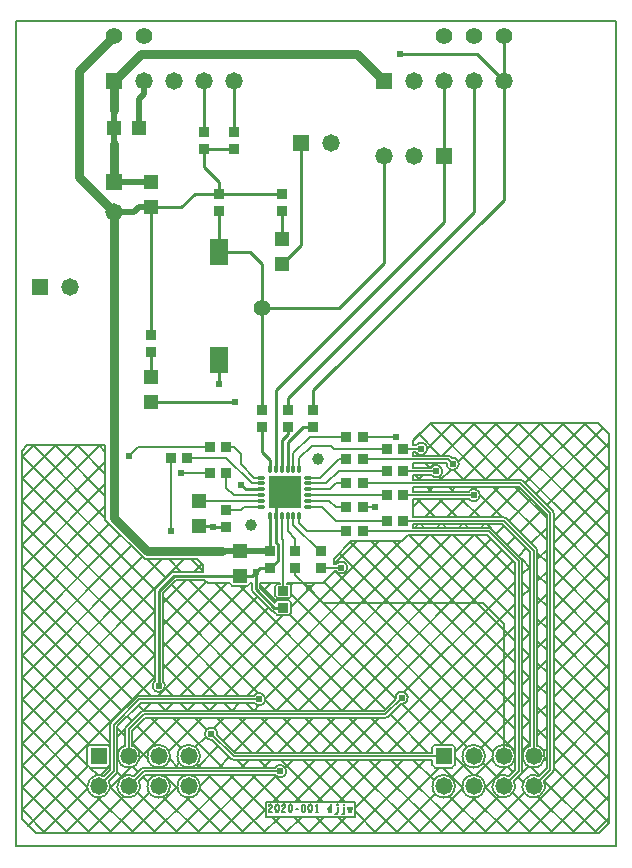
<source format=gtl>
G04 ================== begin FILE IDENTIFICATION RECORD ==================*
G04 Layout Name:  touchcontroller.brd*
G04 Film Name:    TOP*
G04 File Format:  Gerber RS274X*
G04 File Origin:  Cadence Allegro -unreleased*
G04 Origin Date:  Sun Feb 16 15:49:09 2020*
G04 *
G04 Layer:  BOARD GEOMETRY/DESIGN_OUTLINE*
G04 Layer:  BOARD GEOMETRY/CUTOUT*
G04 Layer:  ETCH/TOP*
G04 Layer:  PIN/TOP*
G04 Layer:  VIA CLASS/TOP*
G04 *
G04 Offset:    (0.00 0.00)*
G04 Mirror:    No*
G04 Mode:      Positive*
G04 Rotation:  0*
G04 FullContactRelief:  No*
G04 UndefLineWidth:     7.00*
G04 ================== end FILE IDENTIFICATION RECORD ====================*
%FSLAX25Y25*MOIN*%
%IR0*IPPOS*OFA0.00000B0.00000*MIA0B0*SFA1.00000B1.00000*%
%ADD12C,.024*%
%ADD14C,.055*%
%ADD13R,.05X.05*%
%ADD11C,.058*%
%ADD10R,.058X.058*%
%ADD18C,.03937*%
%ADD16R,.032X.038*%
%ADD20O,.01181X.0315*%
%ADD15R,.038X.032*%
%ADD19O,.0315X.01181*%
%ADD21R,.10827X.10827*%
%ADD17R,.06299X.08622*%
%ADD22C,.01*%
%ADD23C,.02*%
%ADD24C,.03*%
%ADD25C,.007*%
G75*
%LPD*%
G75*
G54D10*
X598000Y884000D03*
X617500Y727500D03*
X622500Y919000D03*
Y952500D03*
X685000Y932000D03*
X712500Y952500D03*
X732500Y727500D03*
Y927500D03*
G54D20*
X684421Y807626D03*
X682453D03*
X680484D03*
X678516D03*
X676547D03*
X674579D03*
Y823374D03*
X676547D03*
X678516D03*
X680484D03*
X682453D03*
X684421D03*
G54D11*
X617500Y717500D03*
X627500D03*
Y727500D03*
X608000Y884000D03*
X622500Y909000D03*
X632500Y952500D03*
X637500Y717500D03*
X647500D03*
X637500Y727500D03*
X647500D03*
X642500Y952500D03*
X652500D03*
X662500D03*
X695000Y932000D03*
X722500Y927500D03*
X712500D03*
X722500Y952500D03*
X732500Y717500D03*
X742500D03*
X752500D03*
X742500Y727500D03*
X752500D03*
X732500Y952500D03*
X742500D03*
X752500D03*
X762500Y717500D03*
Y727500D03*
G54D21*
X679500Y815500D03*
G54D12*
X627500Y827500D03*
X637500Y751000D03*
X655000Y735000D03*
X655500Y804000D03*
X641500Y802500D03*
X645000Y822000D03*
X657500Y851500D03*
X671000Y746500D03*
X678000Y722500D03*
X670000Y789000D03*
X687475Y783475D03*
X676500Y818000D03*
X682000D03*
X676500Y812500D03*
X682000D03*
X665000Y818000D03*
X663000Y845500D03*
X718500Y747000D03*
X698400Y790400D03*
X709500Y810500D03*
X716500Y834000D03*
X718000Y961500D03*
X725000Y830000D03*
X730000Y822500D03*
X735500Y825000D03*
X742500Y814500D03*
G54D22*
G01X664500Y787600D02*
X642600D01*
X637500Y782500D01*
Y751000D01*
G01X660000Y803900D02*
X655600D01*
X655500Y804000D01*
G01X651000Y804100D02*
X655400D01*
X655500Y804000D01*
G01X635000Y853900D02*
Y862400D01*
G01X657500Y859429D02*
Y851500D01*
G01X663000Y845500D02*
X635000D01*
G01Y868000D02*
Y910600D01*
G01X657500Y909400D02*
Y895571D01*
G01D02*
X667929D01*
X672000Y891500D01*
Y877000D01*
G01X678500Y915000D02*
X657500D01*
G01D02*
X649500D01*
X645100Y910600D01*
X635000D01*
G01X662500Y930000D02*
X652500D01*
G01X657500Y915000D02*
Y919000D01*
X652500Y924000D01*
Y930000D01*
G01Y935600D02*
Y952500D01*
G01X679000Y777000D02*
X676100D01*
X670000Y783100D01*
Y789000D01*
G01X674500Y790400D02*
X671400D01*
X670000Y789000D01*
G01D02*
X668500Y787500D01*
X664600D01*
X664500Y787600D01*
G01X676547Y807626D02*
Y810547D01*
X679500Y813500D01*
Y815500D01*
G01X676547Y807626D02*
Y798868D01*
X677400Y798015D01*
Y793000D01*
X674800Y790400D01*
X674500D01*
G01X674579Y807626D02*
Y796079D01*
X674500Y796000D01*
G01X671626Y816484D02*
X666516D01*
X665000Y818000D01*
G01X676547Y823374D02*
Y849547D01*
X732500Y905500D01*
Y927500D01*
G01X689000Y837400D02*
X685750D01*
X680484Y832134D01*
Y823374D01*
G01X680500Y837400D02*
Y834950D01*
X678516Y832966D01*
Y823374D01*
G01X672000Y837400D02*
Y829000D01*
X674579Y826421D01*
Y823374D01*
G01X689000Y843000D02*
Y849500D01*
X752500Y913000D01*
Y952500D01*
G01X672000Y843000D02*
Y877000D01*
G01X680500Y843000D02*
Y847000D01*
X742500Y909000D01*
Y952500D01*
G01X685000Y932000D02*
Y898000D01*
X678500Y891500D01*
G01Y909400D02*
Y899900D01*
G01X672000Y877000D02*
X697500D01*
X712500Y892000D01*
Y927500D01*
G01X662500Y935600D02*
Y952500D01*
G01X718000Y961500D02*
X743500D01*
X752500Y952500D01*
G01X732500D02*
Y927500D01*
G01X752500Y952500D02*
Y967500D01*
G54D13*
X622500Y937000D03*
X630900D03*
X651000Y804100D03*
Y812500D03*
X635000Y845500D03*
Y853900D03*
Y919000D03*
Y910600D03*
X664500Y796000D03*
Y787600D03*
X678500Y891500D03*
Y899900D03*
G54D23*
G01X664500Y796000D02*
X658500D01*
G01X622500Y919000D02*
X635000D01*
G01X622500Y931500D02*
Y937000D01*
G01X635000Y910600D02*
X631000D01*
X629400Y909000D01*
X622500D01*
G01X630900Y937000D02*
Y946500D01*
X632500Y948100D01*
Y952500D01*
G01X622500Y943000D02*
Y937000D01*
G01X674500Y796000D02*
X664500D01*
G54D14*
X622500Y967500D03*
X632500D03*
X672000Y877000D03*
X742500Y967500D03*
X752500D03*
X732500D03*
G54D24*
G01X658500Y796000D02*
X633500D01*
X622500Y807000D01*
Y909000D01*
G01Y919000D02*
Y931500D01*
G01Y909000D02*
X611000Y920500D01*
Y956000D01*
X622500Y967500D01*
G01X712500Y952500D02*
X703500Y961500D01*
X631500D01*
X622500Y952500D01*
G01D02*
Y943000D01*
G54D15*
X660000Y809500D03*
Y803900D03*
X635000Y868000D03*
Y862400D03*
X652500Y930000D03*
X657500Y915000D03*
Y909400D03*
X652500Y935600D03*
X679000Y777000D03*
X674500Y796000D03*
Y790400D03*
X679000Y782600D03*
X683000Y796000D03*
Y790400D03*
X691500Y796000D03*
Y790400D03*
X689000Y837400D03*
X680500D03*
X672000D03*
X689000Y843000D03*
X680500D03*
X672000D03*
X662500Y930000D03*
X678500Y915000D03*
Y909400D03*
X662500Y935600D03*
G54D25*
G01X590000Y697500D02*
Y972500D01*
X790000D01*
Y697500D01*
X590000D01*
G01X674293Y711083D02*
X674453Y711333D01*
X674640Y711458D01*
X674853Y711500D01*
X675120Y711417D01*
X675307Y711208D01*
X675360Y710958D01*
X675333Y710708D01*
X675227Y710500D01*
X674693Y710083D01*
X674453Y709792D01*
X674293Y709375D01*
X674240Y709000D01*
X675360D01*
G01X677000Y711500D02*
X676787Y711417D01*
X676627Y711208D01*
X676520Y710958D01*
X676440Y710625D01*
X676413Y710250D01*
X676440Y709875D01*
X676520Y709542D01*
X676627Y709292D01*
X676787Y709083D01*
X677000Y709000D01*
X677213Y709083D01*
X677373Y709292D01*
X677480Y709542D01*
X677560Y709875D01*
X677587Y710250D01*
X677560Y710625D01*
X677480Y710958D01*
X677373Y711208D01*
X677213Y711417D01*
X677000Y711500D01*
G01X678693Y711083D02*
X678853Y711333D01*
X679040Y711458D01*
X679253Y711500D01*
X679520Y711417D01*
X679707Y711208D01*
X679760Y710958D01*
X679733Y710708D01*
X679627Y710500D01*
X679093Y710083D01*
X678853Y709792D01*
X678693Y709375D01*
X678640Y709000D01*
X679760D01*
G01X681400Y711500D02*
X681187Y711417D01*
X681027Y711208D01*
X680920Y710958D01*
X680840Y710625D01*
X680813Y710250D01*
X680840Y709875D01*
X680920Y709542D01*
X681027Y709292D01*
X681187Y709083D01*
X681400Y709000D01*
X681613Y709083D01*
X681773Y709292D01*
X681880Y709542D01*
X681960Y709875D01*
X681987Y710250D01*
X681960Y710625D01*
X681880Y710958D01*
X681773Y711208D01*
X681613Y711417D01*
X681400Y711500D01*
G01X683253Y709833D02*
X683947D01*
G01X685800Y711500D02*
X685587Y711417D01*
X685427Y711208D01*
X685320Y710958D01*
X685240Y710625D01*
X685213Y710250D01*
X685240Y709875D01*
X685320Y709542D01*
X685427Y709292D01*
X685587Y709083D01*
X685800Y709000D01*
X686013Y709083D01*
X686173Y709292D01*
X686280Y709542D01*
X686360Y709875D01*
X686387Y710250D01*
X686360Y710625D01*
X686280Y710958D01*
X686173Y711208D01*
X686013Y711417D01*
X685800Y711500D01*
G01X688000D02*
X687787Y711417D01*
X687627Y711208D01*
X687520Y710958D01*
X687440Y710625D01*
X687413Y710250D01*
X687440Y709875D01*
X687520Y709542D01*
X687627Y709292D01*
X687787Y709083D01*
X688000Y709000D01*
X688213Y709083D01*
X688373Y709292D01*
X688480Y709542D01*
X688560Y709875D01*
X688587Y710250D01*
X688560Y710625D01*
X688480Y710958D01*
X688373Y711208D01*
X688213Y711417D01*
X688000Y711500D01*
G01X690200Y709000D02*
Y711500D01*
X689880Y711000D01*
G01Y709000D02*
X690520D01*
G01X695080Y711500D02*
Y709000D01*
G01Y709375D02*
X694973Y709167D01*
X694813Y709042D01*
X694627Y709000D01*
X694413Y709083D01*
X694253Y709292D01*
X694147Y709542D01*
X694120Y709833D01*
X694147Y710125D01*
X694253Y710375D01*
X694413Y710583D01*
X694627Y710667D01*
X694813Y710625D01*
X694947Y710542D01*
X695080Y710375D01*
G01X696373Y708375D02*
X696560Y708208D01*
X696720Y708167D01*
X696933Y708250D01*
X697093Y708458D01*
X697173Y708833D01*
Y710667D01*
G01Y711333D02*
X697120Y711375D01*
Y711458D01*
X697173Y711500D01*
X697227Y711458D01*
Y711375D01*
X697173Y711333D01*
G01X698573Y708375D02*
X698760Y708208D01*
X698920Y708167D01*
X699133Y708250D01*
X699293Y708458D01*
X699373Y708833D01*
Y710667D01*
G01Y711333D02*
X699320Y711375D01*
Y711458D01*
X699373Y711500D01*
X699427Y711458D01*
Y711375D01*
X699373Y711333D01*
G01X700533Y710667D02*
X700853Y709000D01*
X701200Y710667D01*
X701547Y709000D01*
X701867Y710667D01*
G01X728145Y838650D02*
X783855D01*
X787650Y834855D01*
Y705145D01*
X784355Y701850D01*
X596645D01*
X591850Y706645D01*
Y829355D01*
X593645Y831150D01*
X619650D01*
Y806355D01*
X632855Y793150D01*
X650355D01*
X652150Y791355D01*
Y788952D01*
X642600D01*
G03X641644Y788556I0J-1352D01*
G01X636544Y783456D01*
G03X636148Y782500I956J-956D01*
G01Y752544D01*
G03X638852I1352J-1544D01*
G01Y781940D01*
X643160Y786248D01*
X652756D01*
X653855Y785150D01*
X661148D01*
Y785100D01*
G03X662000Y784248I852J0D01*
G01X667000D01*
G03X667852Y785100I0J852D01*
G01Y785150D01*
X668648D01*
Y783100D01*
G03X669044Y782144I1352J0D01*
G01X675144Y776044D01*
G03X676100Y775648I956J956D01*
G01X676248D01*
Y775400D01*
G03X677100Y774548I852J0D01*
G01X680900D01*
G03X681752Y775400I0J852D01*
G01Y778600D01*
G03X680900Y779452I-852J0D01*
G01X677100D01*
G03X676262Y778750I0J-851D01*
G01X671352Y783660D01*
Y785150D01*
X677798D01*
Y785052D01*
X677100D01*
G03X676248Y784200I0J-852D01*
G01Y781000D01*
G03X677100Y780148I852J0D01*
G01X680900D01*
G03X681752Y781000I0J852D01*
G01Y784200D01*
G03X680900Y785052I-852J0D01*
G01X680202D01*
Y785150D01*
X692145D01*
X695850Y788855D01*
Y789198D01*
X696737D01*
G03Y791602I1663J1202D01*
G01X695850D01*
Y793355D01*
X701645Y799150D01*
X718645D01*
X720794Y801298D01*
X747002D01*
X756298Y792002D01*
Y722998D01*
X754164Y720863D01*
G03X755863Y719164I-1664J-3363D01*
G01X758350Y721650D01*
G03X758702Y722500I-850J850D01*
G01Y792500D01*
G03X758350Y793350I-1202J0D01*
G01X748350Y803350D01*
G03X747500Y803702I-850J-850D01*
G01X722350D01*
Y804798D01*
X752002D01*
X761298Y795502D01*
Y731054D01*
G03X763702I1202J-3554D01*
G01Y796000D01*
G03X763350Y796850I-1202J0D01*
G01X753350Y806850D01*
G03X752500Y807202I-850J-850D01*
G01X722350D01*
Y813298D01*
X740837D01*
G03Y815702I1663J1202D01*
G01X722350D01*
Y817298D01*
X757502D01*
X766798Y808002D01*
Y723498D01*
X764164Y720863D01*
G03X765863Y719164I-1664J-3363D01*
G01X768850Y722150D01*
G03X769202Y723000I-850J850D01*
G01Y808500D01*
G03X768850Y809350I-1202J0D01*
G01X758850Y819350D01*
G03X758000Y819702I-850J-850D01*
G01X722350D01*
Y821298D01*
X728337D01*
G03Y823702I1663J1202D01*
G01X722350D01*
Y825298D01*
X733470D01*
G03X735173Y827026I2030J-298D01*
G01X734850Y827350D01*
G03X734000Y827702I-850J-850D01*
G01X722350D01*
Y828798D01*
X723337D01*
G03Y831202I1663J1202D01*
G01X722350D01*
Y832855D01*
X728145Y838650D01*
G01X655327Y732974D02*
G02X657026Y734673I-327J2026D01*
G01X662998Y728702D01*
X728748D01*
Y730400D01*
G02X729600Y731252I852J0D01*
G01X735400D01*
G02X736252Y730400I0J-852D01*
G01Y724600D01*
G02X735400Y723748I-852J0D01*
G01X729600D01*
G02X728748Y724600I0J852D01*
G01Y726298D01*
X662500D01*
G02X661650Y726650I0J1202D01*
G01X655327Y732974D01*
G01X746252Y717500D02*
G02I-3752J0D01*
G01Y727500D02*
G02I-3752J0D01*
G01X736252Y717500D02*
G02I-3752J0D01*
G01X673148Y712352D02*
X702852D01*
Y707316D01*
X673148D01*
Y712352D01*
G01X614600Y731252D02*
X620400D01*
G02X621252Y730400I0J-852D01*
G01Y724600D01*
G02X620400Y723748I-852J0D01*
G01X614600D01*
G02X613748Y724600I0J852D01*
G01Y730400D01*
G02X614600Y731252I852J0D01*
G01X641252Y727500D02*
G02I-3752J0D01*
G01Y717500D02*
G02I-3752J0D01*
G01X651252Y727500D02*
G02I-3752J0D01*
G01Y717500D02*
G02I-3752J0D01*
G01X756252Y727500D02*
G02I-3752J0D01*
G01X676337Y723702D02*
G02Y721298I1663J-1202D01*
G01X632998D01*
X630863Y719164D01*
G02X629164Y720863I-3363J-1664D01*
G01X631650Y723350D01*
G02X632500Y723702I850J-850D01*
G01X676337D01*
G01X669337Y747702D02*
G02Y745298I1663J-1202D01*
G01X631498D01*
X623702Y737502D01*
Y722500D01*
G02X623350Y721650I-1202J0D01*
G01X620863Y719164D01*
G02X619164Y720863I-3363J-1664D01*
G01X621298Y722998D01*
Y738000D01*
G02X621650Y738850I1202J0D01*
G01X630150Y747350D01*
G02X631000Y747702I850J-850D01*
G01X669337D01*
G01X716474Y746673D02*
G02X718173Y744974I2026J327D01*
G01X713850Y740650D01*
G02X713000Y740298I-850J850D01*
G01X632998D01*
X628702Y736002D01*
Y731054D01*
G02X626298I-1202J-3554D01*
G01Y736500D01*
G02X626650Y737350I1202J0D01*
G01X631650Y742350D01*
G02X632500Y742702I850J-850D01*
G01X712502D01*
X716474Y746673D01*
G01X591851Y827176D02*
X595825Y831150D01*
G01X591851Y819822D02*
X603179Y831150D01*
G01X591851Y812468D02*
X610533Y831150D01*
G01X591851Y805114D02*
X617887Y831150D01*
G01X591851Y797760D02*
X619650Y825559D01*
G01X591850Y790406D02*
X619650Y818206D01*
G01X591850Y783052D02*
X619650Y810852D01*
G01X591850Y775698D02*
X621078Y804926D01*
G01X591850Y768344D02*
X624755Y801249D01*
G01X591850Y760990D02*
X628432Y797572D01*
G01X591851Y753637D02*
X632109Y793895D01*
G01X591851Y746283D02*
X638718Y793150D01*
G01X591851Y738929D02*
X646072Y793150D01*
G01X649228Y788952D02*
X651890Y791614D01*
G01X638853Y778577D02*
X646524Y786248D01*
G01X591851Y731575D02*
X636148Y775872D01*
G01X638853Y771223D02*
X653317Y785687D01*
G01X591851Y724221D02*
X636148Y768518D01*
G01X638853Y763869D02*
X660134Y785150D01*
G01X591851Y716867D02*
X636148Y761164D01*
G01X638852Y756515D02*
X666585Y784248D01*
G01X591850Y709513D02*
X636148Y753811D01*
G01X722350Y832659D02*
X728341Y838650D01*
G01X672352Y782661D02*
X674841Y785150D01*
G01X637394Y747703D02*
X670439Y780748D01*
G01X632388Y742697D02*
X634989Y745298D01*
G01X623702Y734011D02*
X626303Y736612D01*
G01X620828Y731137D02*
X621298Y731607D01*
G01X594093Y704402D02*
X613863Y724172D01*
G01X727052Y830007D02*
X735695Y838650D01*
G01X724748Y827703D02*
X724993Y827948D01*
G01X681650Y784605D02*
X682195Y785150D01*
G01X676029Y778984D02*
X677193Y780148D01*
G01X644748Y747703D02*
X674116Y777071D01*
G01X639748Y742703D02*
X642343Y745298D01*
G01X628702Y731657D02*
X637343Y740298D01*
G01X623702Y726657D02*
X623819Y726774D01*
G01X618227Y721182D02*
X621298Y724253D01*
G01X598896Y701851D02*
X613818Y716773D01*
G01X732102Y827703D02*
X743049Y838650D01*
G01X728102Y823703D02*
X729697Y825298D01*
G01X724102Y819703D02*
X725697Y821298D01*
G01X696002Y791603D02*
X703549Y799150D01*
G01X681752Y777353D02*
X689549Y785150D01*
G01X652102Y747703D02*
X678947Y774548D01*
G01X647102Y742703D02*
X649697Y745298D01*
G01X631183Y726784D02*
X644697Y740298D01*
G01X621184Y716785D02*
X628216Y723817D01*
G01X606250Y701851D02*
X618215Y713816D01*
G01X737436Y825683D02*
X750403Y838650D01*
G01X731456Y819703D02*
X734818Y823065D01*
G01X727456Y815703D02*
X729051Y817298D01*
G01X722350Y810597D02*
X725051Y813298D01*
G01X659456Y747703D02*
X710903Y799150D01*
G01X654456Y742703D02*
X657051Y745298D01*
G01X640881Y729128D02*
X652051Y740298D01*
G01X635456Y723703D02*
X635872Y724119D01*
G01X630881Y719128D02*
X633051Y721298D01*
G01X613604Y701851D02*
X625872Y714119D01*
G01X738809Y819702D02*
X757757Y838650D01*
G01X734809Y815702D02*
X736405Y817298D01*
G01X726309Y807202D02*
X732405Y813298D01*
G01X722809Y803702D02*
X723905Y804798D01*
G01X666809Y747702D02*
X718257Y799150D01*
G01X661809Y742702D02*
X664405Y745298D01*
G01X655935Y736828D02*
X659405Y740298D01*
G01X649669Y730562D02*
X653172Y734065D01*
G01X642809Y723702D02*
X644438Y725331D01*
G01X639669Y720562D02*
X640405Y721298D01*
G01X620957Y701850D02*
X634438Y715331D01*
G01X746163Y819702D02*
X765111Y838650D01*
G01X742961Y816500D02*
X743759Y817298D01*
G01X733663Y807202D02*
X739759Y813298D01*
G01X730163Y803702D02*
X731259Y804798D01*
G01X673050Y746589D02*
X727759Y801298D01*
G01X669163Y742702D02*
X670911Y744450D01*
G01X659081Y732620D02*
X666759Y740298D01*
G01X650163Y723702D02*
X657380Y730919D01*
G01X647708Y721247D02*
X647759Y721298D01*
G01X628311Y701850D02*
X643753Y717292D01*
G01X753517Y819702D02*
X772465Y838650D01*
G01X741017Y807202D02*
X751113Y817298D01*
G01X737517Y803702D02*
X738613Y804798D01*
G01X676517Y742702D02*
X735113Y801298D01*
G01X662758Y728943D02*
X674113Y740298D01*
G01X657517Y723702D02*
X661057Y727242D01*
G01X651252Y717437D02*
X655113Y721298D01*
G01X635665Y701850D02*
X647563Y713748D01*
G01X759685Y818516D02*
X779819Y838650D01*
G01X748371Y807202D02*
X757984Y816815D01*
G01X744871Y803702D02*
X745967Y804798D01*
G01X683871Y742702D02*
X742467Y801298D01*
G01X669871Y728702D02*
X681467Y740298D01*
G01X664871Y723702D02*
X667467Y726298D01*
G01X643019Y701850D02*
X662467Y721298D01*
G01X763362Y814839D02*
X785514Y836991D01*
G01X754362Y805839D02*
X761661Y813138D01*
G01X750112Y801589D02*
X752661Y804138D01*
G01X691225Y742702D02*
X748411Y799888D01*
G01X677225Y728702D02*
X688821Y740298D01*
G01X672225Y723702D02*
X674821Y726298D01*
G01X650373Y701850D02*
X669821Y721298D01*
G01X767039Y811162D02*
X787650Y831773D01*
G01X758039Y802162D02*
X765338Y809461D01*
G01X753789Y797912D02*
X756338Y800461D01*
G01X698579Y742702D02*
X752088Y796211D01*
G01X684579Y728702D02*
X696175Y740298D01*
G01X679627Y723751D02*
X682174Y726298D01*
G01X657727Y701850D02*
X676749Y720873D01*
G01X769202Y805972D02*
X787650Y824420D01*
G01X761715Y798485D02*
X766798Y803568D01*
G01X757465Y794235D02*
X760015Y796785D01*
G01X705933Y742703D02*
X755765Y792535D01*
G01X691933Y728703D02*
X703528Y740298D01*
G01X675583Y712353D02*
X689528Y726298D01*
G01X665081Y701851D02*
X673148Y709918D01*
G01X769202Y798618D02*
X787650Y817066D01*
G01X763702Y793118D02*
X766798Y796214D01*
G01X758702Y788118D02*
X761298Y790714D01*
G01X719419Y748835D02*
X756298Y785714D01*
G01X699287Y728703D02*
X710882Y740298D01*
G01X682937Y712353D02*
X696882Y726298D01*
G01X672435Y701851D02*
X677900Y707316D01*
G01X769202Y791264D02*
X787650Y809712D01*
G01X763702Y785764D02*
X766798Y788860D01*
G01X758702Y780764D02*
X761298Y783360D01*
G01X706641Y728703D02*
X756298Y778360D01*
G01X690291Y712353D02*
X704236Y726298D01*
G01X679789Y701851D02*
X685254Y707316D01*
G01X769202Y783910D02*
X787650Y802358D01*
G01X763702Y778410D02*
X766798Y781506D01*
G01X758702Y773410D02*
X761298Y776006D01*
G01X713995Y728703D02*
X756298Y771006D01*
G01X697645Y712353D02*
X711590Y726298D01*
G01X687143Y701851D02*
X692608Y707316D01*
G01X769202Y776556D02*
X787650Y795004D01*
G01X763702Y771056D02*
X766798Y774152D01*
G01X758702Y766056D02*
X761298Y768652D01*
G01X721349Y728703D02*
X756298Y763652D01*
G01X702852Y710206D02*
X718944Y726298D01*
G01X694497Y701851D02*
X699962Y707316D01*
G01X769202Y769202D02*
X787650Y787650D01*
G01X763702Y763702D02*
X766798Y766798D01*
G01X758702Y758702D02*
X761298Y761298D01*
G01X731252Y731252D02*
X756298Y756298D01*
G01X728702Y728702D02*
X728748Y728748D01*
G01X701850Y701850D02*
X726298Y726298D01*
G01X769203Y761849D02*
X787650Y780296D01*
G01X763703Y756349D02*
X766798Y759444D01*
G01X758703Y751349D02*
X761298Y753944D01*
G01X736253Y728899D02*
X756298Y748944D01*
G01X709204Y701850D02*
X731102Y723748D01*
G01X769203Y754495D02*
X787650Y772942D01*
G01X763703Y748995D02*
X766798Y752090D01*
G01X758703Y743995D02*
X761298Y746590D01*
G01X745003Y730296D02*
X756298Y741591D01*
G01X735003Y720296D02*
X739704Y724997D01*
G01X716558Y701850D02*
X729704Y714997D01*
G01X769203Y747141D02*
X787650Y765588D01*
G01X763703Y741641D02*
X766798Y744736D01*
G01X758703Y736641D02*
X761298Y739236D01*
G01X753241Y731179D02*
X756298Y734236D01*
G01X743241Y721179D02*
X748821Y726759D01*
G01X723912Y701850D02*
X738821Y716759D01*
G01X769203Y739787D02*
X787650Y758234D01*
G01X763703Y734287D02*
X766798Y737382D01*
G01X758703Y729287D02*
X761298Y731882D01*
G01X756179Y726763D02*
X756298Y726882D01*
G01X746179Y716763D02*
X753237Y723821D01*
G01X731266Y701850D02*
X743237Y713821D01*
G01X769203Y732433D02*
X787650Y750880D01*
G01X765886Y729116D02*
X766798Y730028D01*
G01X755887Y719117D02*
X760884Y724114D01*
G01X738620Y701850D02*
X750883Y714113D01*
G01X769202Y725079D02*
X787650Y743527D01*
G01X745974Y701851D02*
X759445Y715321D01*
G01X753328Y701851D02*
X787650Y736173D01*
G01X760682Y701851D02*
X787650Y728819D01*
G01X768036Y701851D02*
X787650Y721465D01*
G01X775390Y701851D02*
X787650Y714111D01*
G01X782744Y701851D02*
X787650Y706757D01*
G01X599792Y701850D02*
X591850Y709792D01*
G01X607146Y701850D02*
X591850Y717146D01*
G01X614499Y701851D02*
X591851Y724499D01*
G01X621853Y701851D02*
X591851Y731853D01*
G01X613752Y717305D02*
X591850Y739207D01*
G01X629207Y701851D02*
X617305Y713752D01*
G01X613748Y724664D02*
X591851Y746561D01*
G01X617174Y721238D02*
X614664Y723748D01*
G01X636561Y701851D02*
X621238Y717174D01*
G01X614517Y731249D02*
X591851Y753915D01*
G01X621298Y724468D02*
X621249Y724517D01*
G01X625257Y720509D02*
X623642Y722124D01*
G01X643915Y701851D02*
X630509Y715257D01*
G01X621298Y731822D02*
X591851Y761269D01*
G01X624079Y729041D02*
X623703Y729417D01*
G01X630710Y722410D02*
X629041Y724079D01*
G01X634079Y719041D02*
X632410Y720710D01*
G01X651269Y701851D02*
X639041Y714079D01*
G01X621636Y738837D02*
X591850Y768623D01*
G01X626298Y734175D02*
X623702Y736771D01*
G01X633852Y726621D02*
X628702Y731771D01*
G01X636771Y723702D02*
X636621Y723852D01*
G01X643852Y716621D02*
X639175Y721298D01*
G01X658623Y701850D02*
X646621Y713852D01*
G01X625313Y742514D02*
X591850Y775977D01*
G01X628563Y739264D02*
X627014Y740813D01*
G01X636668Y731159D02*
X630264Y737563D01*
G01X644125Y723702D02*
X641159Y726668D01*
G01X646668Y721159D02*
X646529Y721298D01*
G01X665977Y701850D02*
X651159Y716668D01*
G01X628990Y746191D02*
X591850Y783331D01*
G01X632479Y742702D02*
X630691Y744490D01*
G01X644939Y730243D02*
X634884Y740298D01*
G01X651479Y723702D02*
X650243Y724939D01*
G01X673331Y701850D02*
X653883Y721298D01*
G01X634833Y747702D02*
X591850Y790685D01*
G01X639833Y742702D02*
X637237Y745298D01*
G01X658833Y723702D02*
X642237Y740298D01*
G01X673148Y709387D02*
X661237Y721298D01*
G01X680685Y701850D02*
X675219Y707316D01*
G01X636148Y753741D02*
X591850Y798039D01*
G01X642187Y747702D02*
X639469Y750420D01*
G01X647187Y742702D02*
X644591Y745298D01*
G01X653494Y736395D02*
X649591Y740298D01*
G01X666187Y723702D02*
X663591Y726298D01*
G01X677537Y712352D02*
X668591Y721298D01*
G01X688039Y701850D02*
X682573Y707316D01*
G01X636148Y761095D02*
X591851Y805392D01*
G01X649540Y747703D02*
X638853Y758390D01*
G01X654540Y742703D02*
X651945Y745298D01*
G01X668540Y728703D02*
X656945Y740298D01*
G01X673540Y723703D02*
X670945Y726298D01*
G01X684890Y712353D02*
X675945Y721298D01*
G01X695392Y701851D02*
X689927Y707316D01*
G01X636148Y768449D02*
X591851Y812746D01*
G01X656894Y747703D02*
X638853Y765744D01*
G01X661894Y742703D02*
X659299Y745298D01*
G01X675894Y728703D02*
X664299Y740298D01*
G01X692244Y712353D02*
X678299Y726298D01*
G01X702746Y701851D02*
X697281Y707316D01*
G01X636148Y775803D02*
X591851Y820100D01*
G01X664248Y747703D02*
X638853Y773098D01*
G01X669248Y742703D02*
X666653Y745298D01*
G01X683248Y728703D02*
X671653Y740298D01*
G01X699598Y712353D02*
X685653Y726298D01*
G01X710100Y701851D02*
X702853Y709098D01*
G01X636261Y783043D02*
X591850Y827454D01*
G01X670766Y748539D02*
X638853Y780452D01*
G01X676602Y742703D02*
X673039Y746266D01*
G01X690602Y728703D02*
X679007Y740298D01*
G01X717454Y701851D02*
X693007Y726298D01*
G01X619650Y807009D02*
X595509Y831150D01*
G01X639873Y786786D02*
X633509Y793150D01*
G01X683956Y742703D02*
X641786Y784873D01*
G01X697956Y728703D02*
X686361Y740298D01*
G01X724808Y701851D02*
X700361Y726298D01*
G01X619650Y814363D02*
X602863Y831150D01*
G01X645060Y788953D02*
X640863Y793150D01*
G01X691310Y742703D02*
X647765Y786248D01*
G01X705310Y728703D02*
X693715Y740298D01*
G01X732162Y701851D02*
X707715Y726298D01*
G01X619650Y821716D02*
X610216Y831150D01*
G01X652150Y789216D02*
X648216Y793150D01*
G01X698664Y742702D02*
X656216Y785150D01*
G01X712664Y728702D02*
X701068Y740298D01*
G01X739516Y701850D02*
X715068Y726298D01*
G01X619650Y829070D02*
X617570Y831150D01*
G01X706018Y742702D02*
X664472Y784248D01*
G01X720018Y728702D02*
X708422Y740298D01*
G01X729285Y719435D02*
X722422Y726298D01*
G01X746870Y701850D02*
X734435Y714285D01*
G01X676714Y779360D02*
X671352Y784722D01*
G01X712937Y743137D02*
X681379Y774695D01*
G01X727372Y728702D02*
X714637Y741437D01*
G01X738752Y717322D02*
X732326Y723748D01*
G01X754224Y701850D02*
X742322Y713752D01*
G01X716447Y746981D02*
X681752Y781676D01*
G01X732176Y731252D02*
X718481Y744947D01*
G01X742189Y721240D02*
X736253Y727176D01*
G01X761578Y701850D02*
X746240Y717189D01*
G01X740266Y730516D02*
X685632Y785150D01*
G01X750266Y720516D02*
X745516Y725266D01*
G01X768932Y701850D02*
X755516Y715266D01*
G01X749084Y729052D02*
X692566Y785570D01*
G01X755718Y722418D02*
X754052Y724084D01*
G01X759083Y719053D02*
X757418Y720718D01*
G01X776286Y701850D02*
X764053Y714083D01*
G01X756298Y729192D02*
X696292Y789198D01*
G01X758847Y726643D02*
X758703Y726787D01*
G01X764395Y721095D02*
X761643Y723847D01*
G01X783639Y701851D02*
X766095Y719395D01*
G01X756298Y736546D02*
X697670Y795174D01*
G01X761298Y731546D02*
X758703Y734141D01*
G01X766798Y726046D02*
X766162Y726682D01*
G01X787650Y705194D02*
X769203Y723641D01*
G01X756298Y743900D02*
X701347Y798851D01*
G01X761298Y738900D02*
X758703Y741495D01*
G01X766798Y733400D02*
X763703Y736495D01*
G01X787650Y712548D02*
X769203Y730995D01*
G01X756298Y751254D02*
X708402Y799150D01*
G01X761298Y746254D02*
X758703Y748849D01*
G01X766798Y740754D02*
X763703Y743849D01*
G01X787650Y719902D02*
X769203Y738349D01*
G01X756298Y758608D02*
X715756Y799150D01*
G01X761298Y753608D02*
X758703Y756203D01*
G01X766798Y748108D02*
X763703Y751203D01*
G01X787650Y727256D02*
X769203Y745703D01*
G01X756298Y765961D02*
X720961Y801298D01*
G01X761298Y760961D02*
X758702Y763557D01*
G01X766798Y755461D02*
X763702Y758557D01*
G01X787650Y734609D02*
X769202Y753057D01*
G01X722411Y807202D02*
X722350Y807263D01*
G01X725911Y803702D02*
X724815Y804798D01*
G01X756298Y773315D02*
X728315Y801298D01*
G01X761298Y768315D02*
X758702Y770911D01*
G01X766798Y762815D02*
X763702Y765911D01*
G01X787650Y741963D02*
X769202Y760411D01*
G01X729765Y807202D02*
X723669Y813298D01*
G01X733265Y803702D02*
X732169Y804798D01*
G01X756298Y780669D02*
X735669Y801298D01*
G01X761298Y775669D02*
X758702Y778265D01*
G01X766798Y770169D02*
X763702Y773265D01*
G01X787650Y749317D02*
X769202Y767765D01*
G01X724619Y819702D02*
X723023Y821298D01*
G01X728619Y815702D02*
X727023Y817298D01*
G01X737119Y807202D02*
X731023Y813298D01*
G01X740619Y803702D02*
X739523Y804798D01*
G01X756298Y788023D02*
X743023Y801298D01*
G01X761298Y783023D02*
X758702Y785619D01*
G01X766798Y777523D02*
X763702Y780619D01*
G01X787650Y756671D02*
X769202Y775119D01*
G01X723973Y827702D02*
X722877Y828798D01*
G01X727973Y823702D02*
X726377Y825298D01*
G01X731973Y819702D02*
X730979Y820696D01*
G01X735973Y815702D02*
X734377Y817298D01*
G01X744473Y807202D02*
X738377Y813298D01*
G01X748192Y803483D02*
X746877Y804798D01*
G01X761298Y790377D02*
X758483Y793192D01*
G01X766798Y784877D02*
X763702Y787973D01*
G01X787650Y764025D02*
X769202Y782473D01*
G01X731327Y827702D02*
X724262Y834767D01*
G01X739327Y819702D02*
X736016Y823013D01*
G01X742477Y816552D02*
X741731Y817298D01*
G01X751827Y807202D02*
X744552Y814477D01*
G01X766798Y792231D02*
X763702Y795327D01*
G01X787650Y771379D02*
X769202Y789827D01*
G01X746680Y819703D02*
X727939Y838444D01*
G01X766798Y799585D02*
X749085Y817298D01*
G01X787650Y778733D02*
X769203Y797180D01*
G01X754034Y819703D02*
X735087Y838650D01*
G01X766798Y806939D02*
X756439Y817298D01*
G01X787650Y786087D02*
X769203Y804534D01*
G01X787650Y793441D02*
X742441Y838650D01*
G01X787650Y800795D02*
X749795Y838650D01*
G01X787650Y808149D02*
X757149Y838650D01*
G01X787649Y815503D02*
X764502Y838650D01*
G01X787649Y822857D02*
X771856Y838650D01*
G01X787650Y830210D02*
X779210Y838650D01*
G01X617500Y717500D02*
X622500Y722500D01*
Y738000D01*
X631000Y746500D01*
X671000D01*
G01X678000Y722500D02*
X632500D01*
X627500Y717500D01*
G01Y727500D02*
Y736500D01*
X632500Y741500D01*
X713000D01*
X718500Y747000D01*
G01X654500Y830500D02*
X630500D01*
X627500Y827500D01*
G01X732500Y727500D02*
X662500D01*
X655000Y735000D01*
G01X641500Y827000D02*
Y802500D01*
G01X660000Y809500D02*
X664999D01*
X666078Y810579D01*
X671626D01*
G01X654500Y822000D02*
X645000D01*
G01X671626Y812547D02*
X653547D01*
X653500Y812500D01*
X651000D01*
G01X660100Y830500D02*
X662550D01*
X664802Y828248D01*
Y824820D01*
X669201Y820421D01*
X671626D01*
G01X647100Y827000D02*
X660000D01*
X668547Y818453D01*
X671626D01*
G01X660100Y822000D02*
Y816900D01*
X662484Y814516D01*
X671626D01*
G01X683000Y790400D02*
Y787950D01*
X687475Y783475D01*
G01X692450Y778500D02*
X687475Y783475D01*
G01X700000Y802500D02*
X687122D01*
X684421Y805201D01*
Y807626D01*
G01X691500Y796000D02*
X691200D01*
X682453Y804747D01*
Y807626D01*
G01X683000Y796000D02*
Y800000D01*
X680484Y802516D01*
Y807626D01*
G01X679000Y782600D02*
Y799501D01*
X678516Y799985D01*
Y807626D01*
G01X700000Y818500D02*
X696500D01*
X694484Y816484D01*
X687374D01*
G01X700000Y810500D02*
X696500D01*
X694453Y812547D01*
X687374D01*
G01X713500Y814500D02*
X711050D01*
X711034Y814516D01*
X687374D01*
G01X700000Y826500D02*
X697500D01*
X691421Y820421D01*
X687374D01*
G01X713500Y806000D02*
X696500D01*
X691921Y810579D01*
X687374D01*
G01X713500Y822500D02*
X697500D01*
X693453Y818453D01*
X687374D01*
G01X713500Y830000D02*
X696000D01*
X695000Y831000D01*
X688500D01*
X684421Y826921D01*
Y823374D01*
G01X700000Y834000D02*
X688000D01*
X682453Y828453D01*
Y823374D01*
G01X752500Y727500D02*
Y771500D01*
X745500Y778500D01*
X692450D01*
G01X691500Y790400D02*
X698400D01*
G01X705600Y802500D02*
X747500D01*
X757500Y792500D01*
Y722500D01*
X752500Y717500D01*
G01X719100Y806000D02*
X752500D01*
X762500Y796000D01*
Y727500D01*
G01X705600Y810500D02*
X709500D01*
G01X719100Y830000D02*
X725000D01*
G01X719100Y822500D02*
X730000D01*
G01X705600Y834000D02*
X716500D01*
G01X705600Y826500D02*
X734000D01*
X735500Y825000D01*
G01X742500Y814500D02*
X719100D01*
G01X705600Y818500D02*
X758000D01*
X768000Y808500D01*
Y723000D01*
X762500Y717500D01*
G54D16*
X654500Y822000D03*
X660100D03*
X641500Y827000D03*
X647100D03*
X654500Y830500D03*
X660100D03*
X700000Y802500D03*
X705600D03*
X713500Y806000D03*
X719100D03*
X700000Y810500D03*
X705600D03*
X713500Y830000D03*
X719100D03*
X700000Y834000D03*
X705600D03*
X713500Y814500D03*
X719100D03*
X700000Y818500D03*
X705600D03*
X713500Y822500D03*
X719100D03*
X700000Y826500D03*
X705600D03*
G54D17*
X657500Y859429D03*
Y895571D03*
G54D18*
X668439Y804439D03*
X690561Y826561D03*
G54D19*
X687374Y810579D03*
X671626D03*
X687374Y820421D03*
Y818453D03*
Y816484D03*
Y814516D03*
Y812547D03*
X671626D03*
Y814516D03*
Y816484D03*
Y818453D03*
Y820421D03*
M02*

</source>
